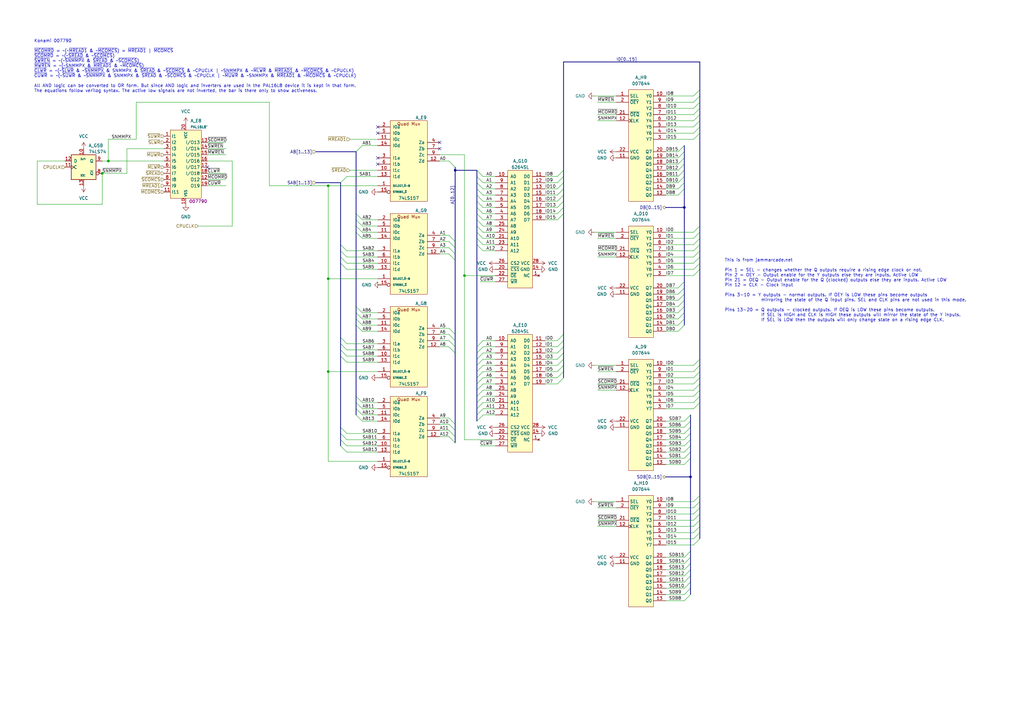
<source format=kicad_sch>
(kicad_sch (version 20231120) (generator "eeschema") (generator_version "8.0")
  (paper "A3")
  (title_block (title "Twin 16 - Rev B") (date "2024-03-10") (company "Konami GX785/GX870/GX808/GX903") (comment 1 "Ulf Skutnabba, twitter: @skutis77"))
  (lib_symbols
    (symbol "jt74:74LS157" (pin_names (offset 1.016))
      (property "Reference" "U" (at 5.08 16.51 0))
      (property "Value" "74LS157" (at 0 -16.51 0))
      (symbol "74LS157_0_0"
        (text "Quad Mux" (at 0 13.97 0) (effects (font (size 1.27 1.27))))
      )
      (symbol "74LS157_1_0"
        (pin input line (at -12.7 -11.43 0) (length 5.08) (name "SELECT_~{A}-B") (number "1"))
        (pin input line (at -12.7 -5.08 0) (length 5.08) (name "I1c") (number "10"))
        (pin input line (at -12.7 7.62 0) (length 5.08) (name "I0c") (number "11"))
        (pin output line (at 12.7 -1.27 180) (length 5.08) (name "Zd") (number "12"))
        (pin input line (at -12.7 -7.62 0) (length 5.08) (name "I1d") (number "13"))
        (pin input line (at -12.7 5.08 0) (length 5.08) (name "I0d") (number "14"))
        (pin input inverted (at -12.7 -13.97 0) (length 5.08) (name "STROBE_~{G}") (number "15"))
        (pin input line (at -12.7 12.7 0) (length 5.08) (name "I0a") (number "2"))
        (pin input line (at -12.7 0 0) (length 5.08) (name "I1a") (number "3"))
        (pin output line (at 12.7 6.35 180) (length 5.08) (name "Za") (number "4"))
        (pin input line (at -12.7 10.16 0) (length 5.08) (name "I0b") (number "5"))
        (pin input line (at -12.7 -2.54 0) (length 5.08) (name "I1b") (number "6"))
        (pin output line (at 12.7 3.81 180) (length 5.08) (name "Zb") (number "7"))
        (pin output line (at 12.7 1.27 180) (length 5.08) (name "Zc") (number "9"))
      )
    )
    (symbol "jt74:74LS74" (pin_names (offset 1.016))
      (property "Reference" "U" (at 3.81 5.08 0))
      (property "Value" "74LS74" (at 0 0 0))
      (symbol "74LS74_1_0"
        (pin input inverted (at 0 -7.62 90) (length 2.54) (name "~{R}") (number "1"))
        (pin input line (at -7.62 2.54 0) (length 2.54) (name "D") (number "2"))
        (pin input clock (at -7.62 0 0) (length 2.54) (name "C") (number "3"))
        (pin input inverted (at 0 7.62 270) (length 2.54) (name "~{S}") (number "4"))
        (pin output line (at 7.62 2.54 180) (length 2.54) (name "Q") (number "5"))
        (pin output line (at 7.62 -2.54 180) (length 2.54) (name "~{Q}") (number "6"))
      )
      (symbol "74LS74_2_0"
        (pin input clock (at -7.62 0 0) (length 2.54) (name "C") (number "11"))
        (pin input line (at -7.62 2.54 0) (length 2.54) (name "D") (number "12"))
        (pin input line (at 0 -7.62 90) (length 2.54) (name "~{R}") (number "13"))
        (pin output inverted (at 7.62 -2.54 180) (length 2.54) (name "~{Q}") (number "8"))
        (pin output line (at 7.62 2.54 180) (length 2.54) (name "Q") (number "9"))
      )
      (symbol "74LS74_2_1"
        (pin input line (at 0 7.62 270) (length 2.54) (name "~{S}") (number "10"))
      )
      (symbol "74LS74_3_0"
        (pin power_in line (at 0 7.62 270) (length 2.54) hide (name "VCC") (number "14"))
        (pin power_in line (at 0 -7.62 90) (length 2.54) hide (name "VSS") (number "7"))
      )
    )
    (symbol "jt_ram:SRAM8K8B" (pin_names (offset 1.016))
      (property "Reference" "U" (at 0 27.94 0))
      (property "Value" "SRAM8K8B" (at 0 25.4 0))
      (symbol "SRAM8K8B_1_1"
        (pin no_connect line (at 7.62 -19.05 180) (length 2.54) (name "NC") (number "1"))
        (pin input line (at -10.16 21.59 0) (length 5.08) (name "A0") (number "10"))
        (pin input line (at 10.16 21.59 180) (length 5.08) (name "D0") (number "11"))
        (pin input line (at 10.16 19.05 180) (length 5.08) (name "D1") (number "12"))
        (pin input line (at 10.16 16.51 180) (length 5.08) (name "D2") (number "13"))
        (pin power_in line (at 7.62 -16.51 180) (length 2.54) (name "GND") (number "14"))
        (pin input line (at 10.16 13.97 180) (length 5.08) (name "D3") (number "15"))
        (pin input line (at 10.16 11.43 180) (length 5.08) (name "D4") (number "16"))
        (pin input line (at 10.16 8.89 180) (length 5.08) (name "D5") (number "17"))
        (pin input line (at 10.16 6.35 180) (length 5.08) (name "D6") (number "18"))
        (pin input line (at 10.16 3.81 180) (length 5.08) (name "D7") (number "19"))
        (pin input line (at -10.16 -8.89 0) (length 5.08) (name "A12") (number "2"))
        (pin input line (at -10.16 -16.51 0) (length 5.08) (name "~{CS1}") (number "20"))
        (pin input line (at -10.16 -3.81 0) (length 5.08) (name "A10") (number "21"))
        (pin input line (at -10.16 -19.05 0) (length 5.08) (name "~{OE}") (number "22"))
        (pin input line (at -10.16 -6.35 0) (length 5.08) (name "A11") (number "23"))
        (pin input line (at -10.16 -1.27 0) (length 5.08) (name "A9") (number "24"))
        (pin input line (at -10.16 1.27 0) (length 5.08) (name "A8") (number "25"))
        (pin input line (at -10.16 -13.97 0) (length 5.08) (name "CS2") (number "26"))
        (pin input line (at -10.16 -21.59 0) (length 5.08) (name "~{WR}") (number "27"))
        (pin power_in line (at 7.62 -13.97 180) (length 2.54) (name "VCC") (number "28"))
        (pin input line (at -10.16 3.81 0) (length 5.08) (name "A7") (number "3"))
        (pin input line (at -10.16 6.35 0) (length 5.08) (name "A6") (number "4"))
        (pin input line (at -10.16 8.89 0) (length 5.08) (name "A5") (number "5"))
        (pin input line (at -10.16 11.43 0) (length 5.08) (name "A4") (number "6"))
        (pin input line (at -10.16 13.97 0) (length 5.08) (name "A3") (number "7"))
        (pin input line (at -10.16 16.51 0) (length 5.08) (name "A2") (number "8"))
        (pin input line (at -10.16 19.05 0) (length 5.08) (name "A1") (number "9"))
      )
    )
    (symbol "konami:007644"
      (property "Reference" "U" (at 0 26.67 0))
      (property "Value" "007644" (at 0 24.13 0))
      (symbol "007644_1_1"
        (pin input line (at -10.16 20.32 0) (length 5.08) (name "SEL") (number "1"))
        (pin bidirectional line (at 10.16 20.32 180) (length 5.08) (name "Y0") (number "10"))
        (pin power_in line (at -10.16 -5.08 0) (length 5.08) (name "GND") (number "11"))
        (pin input clock (at -10.16 10.16 0) (length 5.08) (name "CLK") (number "12"))
        (pin bidirectional line (at 10.16 -20.32 180) (length 5.08) (name "Q0") (number "13"))
        (pin bidirectional line (at 10.16 -17.78 180) (length 5.08) (name "Q1") (number "14"))
        (pin bidirectional line (at 10.16 -15.24 180) (length 5.08) (name "Q2") (number "15"))
        (pin bidirectional line (at 10.16 -12.7 180) (length 5.08) (name "Q3") (number "16"))
        (pin bidirectional line (at 10.16 -10.16 180) (length 5.08) (name "Q4") (number "17"))
        (pin bidirectional line (at 10.16 -7.62 180) (length 5.08) (name "Q5") (number "18"))
        (pin bidirectional line (at 10.16 -5.08 180) (length 5.08) (name "Q6") (number "19"))
        (pin input line (at -10.16 17.78 0) (length 5.08) (name "~{OEY}") (number "2"))
        (pin bidirectional line (at 10.16 -2.54 180) (length 5.08) (name "Q7") (number "20"))
        (pin input line (at -10.16 12.7 0) (length 5.08) (name "~{OEQ}") (number "21"))
        (pin power_in line (at -10.16 -2.54 0) (length 5.08) (name "VCC") (number "22"))
        (pin bidirectional line (at 10.16 2.54 180) (length 5.08) (name "Y7") (number "3"))
        (pin bidirectional line (at 10.16 5.08 180) (length 5.08) (name "Y6") (number "4"))
        (pin bidirectional line (at 10.16 7.62 180) (length 5.08) (name "Y5") (number "5"))
        (pin bidirectional line (at 10.16 10.16 180) (length 5.08) (name "Y4") (number "6"))
        (pin bidirectional line (at 10.16 12.7 180) (length 5.08) (name "Y3") (number "7"))
        (pin bidirectional line (at 10.16 15.24 180) (length 5.08) (name "Y2") (number "8"))
        (pin bidirectional line (at 10.16 17.78 180) (length 5.08) (name "Y1") (number "9"))
      )
    )
    (symbol "power:GND" (power) (pin_names (offset 0))
      (property "Value" "GND" (at 0 -3.81 0))
      (symbol "GND_1_1"
        (pin power_in line (at 0 0 270) (length 0) hide (name "GND") (number "1"))
      )
    )
    (symbol "power:VCC" (power) (pin_names (offset 0))
      (property "Value" "VCC" (at 0 3.81 0))
      (symbol "VCC_1_1"
        (pin power_in line (at 0 0 90) (length 0) hide (name "VCC") (number "1"))
      )
    )
    (symbol "texas_instruments:PAL16L8’"
      (property "Reference" "U" (at 3.81 15.24 0))
      (property "Value" "PAL16L8’" (at -1.27 0 90))
      (symbol "PAL16L8’_1_1"
        (pin input line (at -8.89 11.43 0) (length 2.54) (name "I1") (number "1"))
        (pin power_in line (at 0 -16.51 90) (length 2.54) (name "VSS") (number "10"))
        (pin input line (at -8.89 -11.43 0) (length 2.54) (name "I11") (number "11"))
        (pin tri_state line (at 8.89 -6.35 180) (length 2.54) (name "O12") (number "12"))
        (pin tri_state line (at 8.89 8.89 180) (length 2.54) (name "I/O13") (number "13"))
        (pin tri_state line (at 8.89 6.35 180) (length 2.54) (name "I/O14") (number "14"))
        (pin tri_state line (at 8.89 3.81 180) (length 2.54) (name "I/O15") (number "15"))
        (pin tri_state line (at 8.89 1.27 180) (length 2.54) (name "I/O16") (number "16"))
        (pin tri_state line (at 8.89 -1.27 180) (length 2.54) (name "I/O17") (number "17"))
        (pin tri_state line (at 8.89 -3.81 180) (length 2.54) (name "I/O18") (number "18"))
        (pin tri_state line (at 8.89 -8.89 180) (length 2.54) (name "O19") (number "19"))
        (pin input line (at -8.89 8.89 0) (length 2.54) (name "I2") (number "2"))
        (pin power_in line (at 0 16.51 270) (length 2.54) (name "VCC") (number "20"))
        (pin input line (at -8.89 6.35 0) (length 2.54) (name "I3") (number "3"))
        (pin input line (at -8.89 3.81 0) (length 2.54) (name "I4") (number "4"))
        (pin input line (at -8.89 1.27 0) (length 2.54) (name "I5") (number "5"))
        (pin input line (at -8.89 -1.27 0) (length 2.54) (name "I6") (number "6"))
        (pin input line (at -8.89 -3.81 0) (length 2.54) (name "I7") (number "7"))
        (pin input line (at -8.89 -6.35 0) (length 2.54) (name "I8") (number "8"))
        (pin input line (at -8.89 -8.89 0) (length 2.54) (name "I9") (number "9"))
      )
    )
  )
  (junction (at 134.62 152.4))
  (junction (at 280.67 85.09))
  (junction (at 283.21 195.58))
  (junction (at 134.62 114.3))
  (junction (at 41.91 71.12))
  (junction (at 134.62 76.2))
  (junction (at 44.45 66.04))
  (junction (at 186.69 69.85))
  (junction (at 190.5 113.03))
  (no_connect (at 180.34 58.42))
  (no_connect (at 85.09 68.58))
  (no_connect (at 154.94 64.77))
  (no_connect (at 180.34 60.96))
  (no_connect (at 154.94 52.07))
  (no_connect (at 154.94 67.31))
  (no_connect (at 154.94 54.61))
  (bus_entry (at 228.6 87.63) (size 2.54 -2.54))
  (bus_entry (at 284.48 46.99) (size 2.54 -2.54))
  (bus_entry (at 195.58 160.02) (size 2.54 -2.54))
  (bus_entry (at 195.58 87.63) (size 2.54 2.54))
  (bus_entry (at 278.13 123.19) (size 2.54 -2.54))
  (bus_entry (at 195.58 162.56) (size 2.54 -2.54))
  (bus_entry (at 284.48 152.4) (size 2.54 -2.54))
  (bus_entry (at 139.7 140.97) (size 2.54 2.54))
  (bus_entry (at 139.7 175.26) (size 2.54 2.54))
  (bus_entry (at 284.48 39.37) (size 2.54 -2.54))
  (bus_entry (at 195.58 92.71) (size 2.54 2.54))
  (bus_entry (at 280.67 175.26) (size 2.54 -2.54))
  (bus_entry (at 195.58 95.25) (size 2.54 2.54))
  (bus_entry (at 280.67 231.14) (size 2.54 -2.54))
  (bus_entry (at 228.6 154.94) (size 2.54 -2.54))
  (bus_entry (at 184.15 101.6) (size 2.54 2.54))
  (bus_entry (at 139.7 138.43) (size 2.54 2.54))
  (bus_entry (at 146.05 130.81) (size 2.54 2.54))
  (bus_entry (at 278.13 135.89) (size 2.54 -2.54))
  (bus_entry (at 139.7 143.51) (size 2.54 2.54))
  (bus_entry (at 280.67 228.6) (size 2.54 -2.54))
  (bus_entry (at 184.15 139.7) (size 2.54 2.54))
  (bus_entry (at 195.58 152.4) (size 2.54 -2.54))
  (bus_entry (at 284.48 52.07) (size 2.54 -2.54))
  (bus_entry (at 284.48 218.44) (size 2.54 -2.54))
  (bus_entry (at 280.67 185.42) (size 2.54 -2.54))
  (bus_entry (at 228.6 149.86) (size 2.54 -2.54))
  (bus_entry (at 280.67 236.22) (size 2.54 -2.54))
  (bus_entry (at 284.48 223.52) (size 2.54 -2.54))
  (bus_entry (at 139.7 74.93) (size 2.54 -2.54))
  (bus_entry (at 284.48 113.03) (size 2.54 -2.54))
  (bus_entry (at 284.48 210.82) (size 2.54 -2.54))
  (bus_entry (at 284.48 162.56) (size 2.54 -2.54))
  (bus_entry (at 195.58 157.48) (size 2.54 -2.54))
  (bus_entry (at 280.67 233.68) (size 2.54 -2.54))
  (bus_entry (at 184.15 142.24) (size 2.54 2.54))
  (bus_entry (at 195.58 74.93) (size 2.54 2.54))
  (bus_entry (at 228.6 157.48) (size 2.54 -2.54))
  (bus_entry (at 195.58 80.01) (size 2.54 2.54))
  (bus_entry (at 278.13 64.77) (size 2.54 -2.54))
  (bus_entry (at 280.67 243.84) (size 2.54 -2.54))
  (bus_entry (at 195.58 90.17) (size 2.54 2.54))
  (bus_entry (at 146.05 165.1) (size 2.54 2.54))
  (bus_entry (at 278.13 62.23) (size 2.54 -2.54))
  (bus_entry (at 280.67 182.88) (size 2.54 -2.54))
  (bus_entry (at 184.15 171.45) (size 2.54 2.54))
  (bus_entry (at 146.05 170.18) (size 2.54 2.54))
  (bus_entry (at 284.48 97.79) (size 2.54 -2.54))
  (bus_entry (at 146.05 92.71) (size 2.54 2.54))
  (bus_entry (at 184.15 104.14) (size 2.54 2.54))
  (bus_entry (at 284.48 95.25) (size 2.54 -2.54))
  (bus_entry (at 195.58 154.94) (size 2.54 -2.54))
  (bus_entry (at 284.48 44.45) (size 2.54 -2.54))
  (bus_entry (at 278.13 77.47) (size 2.54 -2.54))
  (bus_entry (at 278.13 69.85) (size 2.54 -2.54))
  (bus_entry (at 284.48 107.95) (size 2.54 -2.54))
  (bus_entry (at 280.67 180.34) (size 2.54 -2.54))
  (bus_entry (at 284.48 160.02) (size 2.54 -2.54))
  (bus_entry (at 284.48 167.64) (size 2.54 -2.54))
  (bus_entry (at 228.6 80.01) (size 2.54 -2.54))
  (bus_entry (at 146.05 133.35) (size 2.54 2.54))
  (bus_entry (at 146.05 128.27) (size 2.54 2.54))
  (bus_entry (at 284.48 57.15) (size 2.54 -2.54))
  (bus_entry (at 195.58 147.32) (size 2.54 -2.54))
  (bus_entry (at 278.13 130.81) (size 2.54 -2.54))
  (bus_entry (at 284.48 54.61) (size 2.54 -2.54))
  (bus_entry (at 195.58 170.18) (size 2.54 -2.54))
  (bus_entry (at 184.15 137.16) (size 2.54 2.54))
  (bus_entry (at 284.48 41.91) (size 2.54 -2.54))
  (bus_entry (at 184.15 179.07) (size 2.54 2.54))
  (bus_entry (at 228.6 144.78) (size 2.54 -2.54))
  (bus_entry (at 284.48 110.49) (size 2.54 -2.54))
  (bus_entry (at 195.58 172.72) (size 2.54 -2.54))
  (bus_entry (at 280.67 177.8) (size 2.54 -2.54))
  (bus_entry (at 280.67 190.5) (size 2.54 -2.54))
  (bus_entry (at 228.6 139.7) (size 2.54 -2.54))
  (bus_entry (at 139.7 182.88) (size 2.54 2.54))
  (bus_entry (at 146.05 167.64) (size 2.54 2.54))
  (bus_entry (at 228.6 74.93) (size 2.54 -2.54))
  (bus_entry (at 284.48 149.86) (size 2.54 -2.54))
  (bus_entry (at 139.7 180.34) (size 2.54 2.54))
  (bus_entry (at 284.48 157.48) (size 2.54 -2.54))
  (bus_entry (at 284.48 105.41) (size 2.54 -2.54))
  (bus_entry (at 284.48 205.74) (size 2.54 -2.54))
  (bus_entry (at 184.15 134.62) (size 2.54 2.54))
  (bus_entry (at 184.15 99.06) (size 2.54 2.54))
  (bus_entry (at 284.48 102.87) (size 2.54 -2.54))
  (bus_entry (at 228.6 77.47) (size 2.54 -2.54))
  (bus_entry (at 278.13 120.65) (size 2.54 -2.54))
  (bus_entry (at 228.6 147.32) (size 2.54 -2.54))
  (bus_entry (at 278.13 80.01) (size 2.54 -2.54))
  (bus_entry (at 280.67 241.3) (size 2.54 -2.54))
  (bus_entry (at 280.67 246.38) (size 2.54 -2.54))
  (bus_entry (at 184.15 173.99) (size 2.54 2.54))
  (bus_entry (at 146.05 162.56) (size 2.54 2.54))
  (bus_entry (at 139.7 146.05) (size 2.54 2.54))
  (bus_entry (at 278.13 118.11) (size 2.54 -2.54))
  (bus_entry (at 228.6 142.24) (size 2.54 -2.54))
  (bus_entry (at 139.7 107.95) (size 2.54 2.54))
  (bus_entry (at 284.48 154.94) (size 2.54 -2.54))
  (bus_entry (at 228.6 82.55) (size 2.54 -2.54))
  (bus_entry (at 284.48 165.1) (size 2.54 -2.54))
  (bus_entry (at 146.05 125.73) (size 2.54 2.54))
  (bus_entry (at 280.67 238.76) (size 2.54 -2.54))
  (bus_entry (at 139.7 105.41) (size 2.54 2.54))
  (bus_entry (at 195.58 85.09) (size 2.54 2.54))
  (bus_entry (at 195.58 165.1) (size 2.54 -2.54))
  (bus_entry (at 195.58 72.39) (size 2.54 2.54))
  (bus_entry (at 278.13 125.73) (size 2.54 -2.54))
  (bus_entry (at 146.05 95.25) (size 2.54 2.54))
  (bus_entry (at 278.13 128.27) (size 2.54 -2.54))
  (bus_entry (at 139.7 100.33) (size 2.54 2.54))
  (bus_entry (at 284.48 208.28) (size 2.54 -2.54))
  (bus_entry (at 228.6 72.39) (size 2.54 -2.54))
  (bus_entry (at 278.13 72.39) (size 2.54 -2.54))
  (bus_entry (at 146.05 90.17) (size 2.54 2.54))
  (bus_entry (at 195.58 97.79) (size 2.54 2.54))
  (bus_entry (at 195.58 77.47) (size 2.54 2.54))
  (bus_entry (at 278.13 133.35) (size 2.54 -2.54))
  (bus_entry (at 195.58 149.86) (size 2.54 -2.54))
  (bus_entry (at 195.58 144.78) (size 2.54 -2.54))
  (bus_entry (at 195.58 142.24) (size 2.54 -2.54))
  (bus_entry (at 278.13 67.31) (size 2.54 -2.54))
  (bus_entry (at 228.6 90.17) (size 2.54 -2.54))
  (bus_entry (at 195.58 82.55) (size 2.54 2.54))
  (bus_entry (at 146.05 62.23) (size 2.54 -2.54))
  (bus_entry (at 284.48 220.98) (size 2.54 -2.54))
  (bus_entry (at 195.58 100.33) (size 2.54 2.54))
  (bus_entry (at 184.15 176.53) (size 2.54 2.54))
  (bus_entry (at 228.6 152.4) (size 2.54 -2.54))
  (bus_entry (at 284.48 100.33) (size 2.54 -2.54))
  (bus_entry (at 184.15 66.04) (size 2.54 2.54))
  (bus_entry (at 278.13 74.93) (size 2.54 -2.54))
  (bus_entry (at 280.67 187.96) (size 2.54 -2.54))
  (bus_entry (at 195.58 167.64) (size 2.54 -2.54))
  (bus_entry (at 195.58 69.85) (size 2.54 2.54))
  (bus_entry (at 184.15 96.52) (size 2.54 2.54))
  (bus_entry (at 139.7 177.8) (size 2.54 2.54))
  (bus_entry (at 139.7 102.87) (size 2.54 2.54))
  (bus_entry (at 284.48 215.9) (size 2.54 -2.54))
  (bus_entry (at 284.48 49.53) (size 2.54 -2.54))
  (bus_entry (at 228.6 85.09) (size 2.54 -2.54))
  (bus_entry (at 284.48 213.36) (size 2.54 -2.54))
  (bus_entry (at 146.05 87.63) (size 2.54 2.54))
  (bus_entry (at 280.67 172.72) (size 2.54 -2.54))
  (wire (pts (xy 273.05 52.07) (xy 284.48 52.07)))
  (bus (pts (xy 280.67 77.47) (xy 280.67 85.09)))
  (bus (pts (xy 280.67 74.93) (xy 280.67 77.47)))
  (wire (pts (xy 273.05 187.96) (xy 280.67 187.96)))
  (bus (pts (xy 146.05 95.25) (xy 146.05 125.73)))
  (wire (pts (xy 273.05 100.33) (xy 284.48 100.33)))
  (bus (pts (xy 195.58 82.55) (xy 195.58 80.01)))
  (bus (pts (xy 139.7 100.33) (xy 139.7 102.87)))
  (wire (pts (xy 273.05 215.9) (xy 284.48 215.9)))
  (wire (pts (xy 15.24 66.04) (xy 26.67 66.04)))
  (bus (pts (xy 287.02 46.99) (xy 287.02 49.53)))
  (wire (pts (xy 85.09 63.5) (xy 92.71 63.5)))
  (bus (pts (xy 273.05 85.09) (xy 280.67 85.09)))
  (wire (pts (xy 41.91 83.82) (xy 15.24 83.82)))
  (bus (pts (xy 195.58 152.4) (xy 195.58 149.86)))
  (wire (pts (xy 134.62 189.23) (xy 134.62 152.4)))
  (bus (pts (xy 195.58 100.33) (xy 195.58 142.24)))
  (wire (pts (xy 273.05 175.26) (xy 280.67 175.26)))
  (wire (pts (xy 142.24 72.39) (xy 154.94 72.39)))
  (wire (pts (xy 273.05 46.99) (xy 284.48 46.99)))
  (wire (pts (xy 245.11 157.48) (xy 252.73 157.48)))
  (wire (pts (xy 196.85 115.57) (xy 203.2 115.57)))
  (wire (pts (xy 223.52 142.24) (xy 228.6 142.24)))
  (wire (pts (xy 223.52 144.78) (xy 228.6 144.78)))
  (bus (pts (xy 195.58 147.32) (xy 195.58 144.78)))
  (bus (pts (xy 287.02 203.2) (xy 287.02 205.74)))
  (wire (pts (xy 198.12 139.7) (xy 203.2 139.7)))
  (bus (pts (xy 280.67 85.09) (xy 280.67 115.57)))
  (wire (pts (xy 273.05 233.68) (xy 280.67 233.68)))
  (wire (pts (xy 110.49 76.2) (xy 134.62 76.2)))
  (wire (pts (xy 273.05 162.56) (xy 284.48 162.56)))
  (wire (pts (xy 273.05 246.38) (xy 280.67 246.38)))
  (bus (pts (xy 283.21 238.76) (xy 283.21 241.3)))
  (wire (pts (xy 245.11 160.02) (xy 252.73 160.02)))
  (wire (pts (xy 273.05 241.3) (xy 280.67 241.3)))
  (wire (pts (xy 41.91 66.04) (xy 44.45 66.04)))
  (wire (pts (xy 180.34 134.62) (xy 184.15 134.62)))
  (wire (pts (xy 273.05 74.93) (xy 278.13 74.93)))
  (wire (pts (xy 142.24 140.97) (xy 154.94 140.97)))
  (wire (pts (xy 154.94 189.23) (xy 134.62 189.23)))
  (wire (pts (xy 273.05 69.85) (xy 278.13 69.85)))
  (bus (pts (xy 287.02 213.36) (xy 287.02 215.9)))
  (wire (pts (xy 198.12 74.93) (xy 203.2 74.93)))
  (wire (pts (xy 198.12 160.02) (xy 203.2 160.02)))
  (bus (pts (xy 280.67 72.39) (xy 280.67 74.93)))
  (bus (pts (xy 231.14 147.32) (xy 231.14 149.86)))
  (wire (pts (xy 142.24 180.34) (xy 154.94 180.34)))
  (wire (pts (xy 273.05 110.49) (xy 284.48 110.49)))
  (wire (pts (xy 148.59 167.64) (xy 154.94 167.64)))
  (wire (pts (xy 198.12 154.94) (xy 203.2 154.94)))
  (wire (pts (xy 41.91 71.12) (xy 41.91 83.82)))
  (wire (pts (xy 142.24 177.8) (xy 154.94 177.8)))
  (bus (pts (xy 186.69 101.6) (xy 186.69 104.14)))
  (bus (pts (xy 231.14 139.7) (xy 231.14 142.24)))
  (wire (pts (xy 243.84 205.74) (xy 252.73 205.74)))
  (bus (pts (xy 146.05 162.56) (xy 146.05 165.1)))
  (bus (pts (xy 139.7 177.8) (xy 139.7 180.34)))
  (bus (pts (xy 195.58 69.85) (xy 186.69 69.85)))
  (wire (pts (xy 273.05 223.52) (xy 284.48 223.52)))
  (bus (pts (xy 139.7 102.87) (xy 139.7 105.41)))
  (bus (pts (xy 195.58 72.39) (xy 195.58 69.85)))
  (bus (pts (xy 283.21 228.6) (xy 283.21 231.14)))
  (bus (pts (xy 231.14 69.85) (xy 231.14 72.39)))
  (wire (pts (xy 44.45 57.15) (xy 55.88 57.15)))
  (wire (pts (xy 223.52 154.94) (xy 228.6 154.94)))
  (wire (pts (xy 245.11 41.91) (xy 252.73 41.91)))
  (bus (pts (xy 283.21 233.68) (xy 283.21 236.22)))
  (bus (pts (xy 283.21 231.14) (xy 283.21 233.68)))
  (wire (pts (xy 142.24 107.95) (xy 154.94 107.95)))
  (bus (pts (xy 186.69 68.58) (xy 186.69 69.85)))
  (bus (pts (xy 287.02 210.82) (xy 287.02 213.36)))
  (wire (pts (xy 273.05 210.82) (xy 284.48 210.82)))
  (bus (pts (xy 195.58 144.78) (xy 195.58 142.24)))
  (bus (pts (xy 231.14 77.47) (xy 231.14 80.01)))
  (bus (pts (xy 139.7 105.41) (xy 139.7 107.95)))
  (bus (pts (xy 287.02 97.79) (xy 287.02 100.33)))
  (wire (pts (xy 134.62 152.4) (xy 134.62 114.3)))
  (wire (pts (xy 142.24 110.49) (xy 154.94 110.49)))
  (bus (pts (xy 287.02 205.74) (xy 287.02 208.28)))
  (wire (pts (xy 273.05 39.37) (xy 284.48 39.37)))
  (bus (pts (xy 283.21 175.26) (xy 283.21 177.8)))
  (wire (pts (xy 273.05 67.31) (xy 278.13 67.31)))
  (wire (pts (xy 223.52 147.32) (xy 228.6 147.32)))
  (wire (pts (xy 273.05 105.41) (xy 284.48 105.41)))
  (bus (pts (xy 129.54 62.23) (xy 146.05 62.23)))
  (wire (pts (xy 245.11 213.36) (xy 252.73 213.36)))
  (bus (pts (xy 139.7 138.43) (xy 139.7 140.97)))
  (bus (pts (xy 186.69 142.24) (xy 186.69 144.78)))
  (wire (pts (xy 273.05 118.11) (xy 278.13 118.11)))
  (bus (pts (xy 139.7 143.51) (xy 139.7 146.05)))
  (bus (pts (xy 195.58 77.47) (xy 195.58 74.93)))
  (wire (pts (xy 198.12 147.32) (xy 203.2 147.32)))
  (bus (pts (xy 287.02 92.71) (xy 287.02 95.25)))
  (wire (pts (xy 273.05 120.65) (xy 278.13 120.65)))
  (wire (pts (xy 273.05 243.84) (xy 280.67 243.84)))
  (wire (pts (xy 273.05 205.74) (xy 284.48 205.74)))
  (wire (pts (xy 198.12 95.25) (xy 203.2 95.25)))
  (bus (pts (xy 280.67 59.69) (xy 280.67 62.23)))
  (wire (pts (xy 134.62 114.3) (xy 154.94 114.3)))
  (wire (pts (xy 245.11 102.87) (xy 252.73 102.87)))
  (wire (pts (xy 143.51 57.15) (xy 154.94 57.15)))
  (bus (pts (xy 186.69 99.06) (xy 186.69 101.6)))
  (wire (pts (xy 148.59 165.1) (xy 154.94 165.1)))
  (bus (pts (xy 186.69 176.53) (xy 186.69 179.07)))
  (bus (pts (xy 139.7 107.95) (xy 139.7 138.43)))
  (wire (pts (xy 180.34 104.14) (xy 184.15 104.14)))
  (wire (pts (xy 273.05 220.98) (xy 284.48 220.98)))
  (wire (pts (xy 223.52 90.17) (xy 228.6 90.17)))
  (wire (pts (xy 180.34 173.99) (xy 184.15 173.99)))
  (bus (pts (xy 146.05 125.73) (xy 146.05 128.27)))
  (wire (pts (xy 55.88 41.91) (xy 110.49 41.91)))
  (bus (pts (xy 139.7 140.97) (xy 139.7 143.51)))
  (bus (pts (xy 195.58 85.09) (xy 195.58 82.55)))
  (wire (pts (xy 273.05 44.45) (xy 284.48 44.45)))
  (wire (pts (xy 273.05 190.5) (xy 280.67 190.5)))
  (wire (pts (xy 198.12 90.17) (xy 203.2 90.17)))
  (bus (pts (xy 195.58 74.93) (xy 195.58 72.39)))
  (wire (pts (xy 223.52 87.63) (xy 228.6 87.63)))
  (bus (pts (xy 231.14 72.39) (xy 231.14 74.93)))
  (wire (pts (xy 198.12 162.56) (xy 203.2 162.56)))
  (bus (pts (xy 195.58 162.56) (xy 195.58 160.02)))
  (wire (pts (xy 273.05 157.48) (xy 284.48 157.48)))
  (wire (pts (xy 44.45 66.04) (xy 44.45 57.15)))
  (wire (pts (xy 273.05 95.25) (xy 284.48 95.25)))
  (wire (pts (xy 180.34 99.06) (xy 184.15 99.06)))
  (bus (pts (xy 195.58 160.02) (xy 195.58 157.48)))
  (bus (pts (xy 287.02 54.61) (xy 287.02 92.71)))
  (wire (pts (xy 223.52 74.93) (xy 228.6 74.93)))
  (bus (pts (xy 186.69 137.16) (xy 186.69 139.7)))
  (wire (pts (xy 180.34 176.53) (xy 184.15 176.53)))
  (wire (pts (xy 198.12 170.18) (xy 203.2 170.18)))
  (wire (pts (xy 243.84 95.25) (xy 252.73 95.25)))
  (bus (pts (xy 287.02 154.94) (xy 287.02 157.48)))
  (bus (pts (xy 186.69 69.85) (xy 186.69 99.06)))
  (bus (pts (xy 195.58 80.01) (xy 195.58 77.47)))
  (wire (pts (xy 180.34 63.5) (xy 190.5 63.5)))
  (bus (pts (xy 231.14 144.78) (xy 231.14 147.32)))
  (wire (pts (xy 180.34 96.52) (xy 184.15 96.52)))
  (bus (pts (xy 280.67 64.77) (xy 280.67 67.31)))
  (wire (pts (xy 223.52 157.48) (xy 228.6 157.48)))
  (bus (pts (xy 287.02 44.45) (xy 287.02 46.99)))
  (wire (pts (xy 85.09 76.2) (xy 92.71 76.2)))
  (wire (pts (xy 180.34 137.16) (xy 184.15 137.16)))
  (wire (pts (xy 198.12 72.39) (xy 203.2 72.39)))
  (bus (pts (xy 146.05 165.1) (xy 146.05 167.64)))
  (wire (pts (xy 180.34 66.04) (xy 184.15 66.04)))
  (wire (pts (xy 198.12 142.24) (xy 203.2 142.24)))
  (wire (pts (xy 142.24 185.42) (xy 154.94 185.42)))
  (wire (pts (xy 55.88 57.15) (xy 55.88 41.91)))
  (wire (pts (xy 273.05 123.19) (xy 278.13 123.19)))
  (wire (pts (xy 148.59 90.17) (xy 154.94 90.17)))
  (wire (pts (xy 198.12 165.1) (xy 203.2 165.1)))
  (wire (pts (xy 273.05 54.61) (xy 284.48 54.61)))
  (wire (pts (xy 245.11 97.79) (xy 252.73 97.79)))
  (bus (pts (xy 287.02 147.32) (xy 287.02 149.86)))
  (wire (pts (xy 85.09 71.12) (xy 92.71 71.12)))
  (wire (pts (xy 198.12 77.47) (xy 203.2 77.47)))
  (wire (pts (xy 273.05 152.4) (xy 284.48 152.4)))
  (bus (pts (xy 283.21 241.3) (xy 283.21 243.84)))
  (bus (pts (xy 287.02 152.4) (xy 287.02 154.94)))
  (bus (pts (xy 280.67 125.73) (xy 280.67 128.27)))
  (wire (pts (xy 154.94 116.84) (xy 156.21 116.84)))
  (wire (pts (xy 273.05 167.64) (xy 284.48 167.64)))
  (wire (pts (xy 273.05 128.27) (xy 278.13 128.27)))
  (bus (pts (xy 146.05 128.27) (xy 146.05 130.81)))
  (wire (pts (xy 273.05 238.76) (xy 280.67 238.76)))
  (bus (pts (xy 186.69 106.68) (xy 186.69 137.16)))
  (bus (pts (xy 139.7 74.93) (xy 139.7 100.33)))
  (bus (pts (xy 195.58 157.48) (xy 195.58 154.94)))
  (wire (pts (xy 142.24 105.41) (xy 154.94 105.41)))
  (wire (pts (xy 273.05 135.89) (xy 278.13 135.89)))
  (bus (pts (xy 280.67 115.57) (xy 280.67 118.11)))
  (wire (pts (xy 143.51 69.85) (xy 154.94 69.85)))
  (wire (pts (xy 85.09 60.96) (xy 92.71 60.96)))
  (wire (pts (xy 180.34 139.7) (xy 184.15 139.7)))
  (bus (pts (xy 146.05 130.81) (xy 146.05 133.35)))
  (wire (pts (xy 148.59 130.81) (xy 154.94 130.81)))
  (bus (pts (xy 231.14 25.4) (xy 287.02 25.4)))
  (wire (pts (xy 273.05 228.6) (xy 280.67 228.6)))
  (bus (pts (xy 195.58 154.94) (xy 195.58 152.4)))
  (bus (pts (xy 287.02 36.83) (xy 287.02 39.37)))
  (wire (pts (xy 85.09 66.04) (xy 95.25 66.04)))
  (bus (pts (xy 273.05 195.58) (xy 283.21 195.58)))
  (wire (pts (xy 142.24 182.88) (xy 154.94 182.88)))
  (wire (pts (xy 245.11 46.99) (xy 252.73 46.99)))
  (bus (pts (xy 280.67 67.31) (xy 280.67 69.85)))
  (wire (pts (xy 142.24 148.59) (xy 154.94 148.59)))
  (bus (pts (xy 283.21 226.06) (xy 283.21 228.6)))
  (bus (pts (xy 146.05 92.71) (xy 146.05 95.25)))
  (bus (pts (xy 280.67 130.81) (xy 280.67 133.35)))
  (bus (pts (xy 283.21 172.72) (xy 283.21 175.26)))
  (bus (pts (xy 287.02 102.87) (xy 287.02 105.41)))
  (wire (pts (xy 223.52 82.55) (xy 228.6 82.55)))
  (wire (pts (xy 245.11 215.9) (xy 252.73 215.9)))
  (wire (pts (xy 273.05 208.28) (xy 284.48 208.28)))
  (wire (pts (xy 223.52 80.01) (xy 228.6 80.01)))
  (wire (pts (xy 142.24 146.05) (xy 154.94 146.05)))
  (wire (pts (xy 273.05 72.39) (xy 278.13 72.39)))
  (bus (pts (xy 186.69 144.78) (xy 186.69 173.99)))
  (bus (pts (xy 195.58 95.25) (xy 195.58 92.71)))
  (wire (pts (xy 273.05 160.02) (xy 284.48 160.02)))
  (wire (pts (xy 52.07 60.96) (xy 52.07 71.12)))
  (bus (pts (xy 139.7 146.05) (xy 139.7 175.26)))
  (wire (pts (xy 223.52 139.7) (xy 228.6 139.7)))
  (wire (pts (xy 85.09 58.42) (xy 92.71 58.42)))
  (bus (pts (xy 186.69 173.99) (xy 186.69 176.53)))
  (wire (pts (xy 273.05 57.15) (xy 284.48 57.15)))
  (bus (pts (xy 231.14 142.24) (xy 231.14 144.78)))
  (bus (pts (xy 287.02 208.28) (xy 287.02 210.82)))
  (bus (pts (xy 287.02 110.49) (xy 287.02 147.32)))
  (wire (pts (xy 148.59 172.72) (xy 154.94 172.72)))
  (wire (pts (xy 148.59 59.69) (xy 154.94 59.69)))
  (wire (pts (xy 198.12 80.01) (xy 203.2 80.01)))
  (bus (pts (xy 283.21 187.96) (xy 283.21 195.58)))
  (bus (pts (xy 287.02 95.25) (xy 287.02 97.79)))
  (wire (pts (xy 44.45 66.04) (xy 67.31 66.04)))
  (bus (pts (xy 139.7 180.34) (xy 139.7 182.88)))
  (wire (pts (xy 243.84 39.37) (xy 252.73 39.37)))
  (wire (pts (xy 180.34 101.6) (xy 184.15 101.6)))
  (bus (pts (xy 287.02 215.9) (xy 287.02 218.44)))
  (bus (pts (xy 283.21 195.58) (xy 283.21 226.06)))
  (bus (pts (xy 231.14 80.01) (xy 231.14 82.55)))
  (wire (pts (xy 142.24 143.51) (xy 154.94 143.51)))
  (bus (pts (xy 195.58 100.33) (xy 195.58 97.79)))
  (wire (pts (xy 198.12 87.63) (xy 203.2 87.63)))
  (wire (pts (xy 273.05 62.23) (xy 278.13 62.23)))
  (wire (pts (xy 243.84 149.86) (xy 252.73 149.86)))
  (wire (pts (xy 223.52 72.39) (xy 228.6 72.39)))
  (bus (pts (xy 280.67 118.11) (xy 280.67 120.65)))
  (bus (pts (xy 231.14 149.86) (xy 231.14 152.4)))
  (bus (pts (xy 287.02 100.33) (xy 287.02 102.87)))
  (bus (pts (xy 283.21 177.8) (xy 283.21 180.34)))
  (bus (pts (xy 287.02 165.1) (xy 287.02 203.2)))
  (bus (pts (xy 186.69 139.7) (xy 186.69 142.24)))
  (wire (pts (xy 190.5 180.34) (xy 203.2 180.34)))
  (bus (pts (xy 280.67 62.23) (xy 280.67 64.77)))
  (bus (pts (xy 287.02 41.91) (xy 287.02 44.45)))
  (wire (pts (xy 223.52 152.4) (xy 228.6 152.4)))
  (bus (pts (xy 287.02 52.07) (xy 287.02 54.61)))
  (bus (pts (xy 186.69 179.07) (xy 186.69 181.61)))
  (wire (pts (xy 148.59 95.25) (xy 154.94 95.25)))
  (bus (pts (xy 195.58 167.64) (xy 195.58 165.1)))
  (bus (pts (xy 287.02 157.48) (xy 287.02 160.02)))
  (wire (pts (xy 273.05 64.77) (xy 278.13 64.77)))
  (bus (pts (xy 146.05 87.63) (xy 146.05 90.17)))
  (wire (pts (xy 180.34 142.24) (xy 184.15 142.24)))
  (wire (pts (xy 273.05 113.03) (xy 284.48 113.03)))
  (bus (pts (xy 186.69 104.14) (xy 186.69 106.68)))
  (bus (pts (xy 280.67 123.19) (xy 280.67 125.73)))
  (wire (pts (xy 110.49 41.91) (xy 110.49 76.2)))
  (wire (pts (xy 198.12 100.33) (xy 203.2 100.33)))
  (wire (pts (xy 190.5 113.03) (xy 190.5 180.34)))
  (wire (pts (xy 203.2 113.03) (xy 190.5 113.03)))
  (wire (pts (xy 273.05 165.1) (xy 284.48 165.1)))
  (bus (pts (xy 283.21 236.22) (xy 283.21 238.76)))
  (wire (pts (xy 273.05 231.14) (xy 280.67 231.14)))
  (wire (pts (xy 273.05 130.81) (xy 278.13 130.81)))
  (wire (pts (xy 273.05 236.22) (xy 280.67 236.22)))
  (bus (pts (xy 231.14 87.63) (xy 231.14 137.16)))
  (wire (pts (xy 198.12 167.64) (xy 203.2 167.64)))
  (wire (pts (xy 223.52 85.09) (xy 228.6 85.09)))
  (bus (pts (xy 146.05 90.17) (xy 146.05 92.71)))
  (wire (pts (xy 273.05 41.91) (xy 284.48 41.91)))
  (wire (pts (xy 148.59 97.79) (xy 154.94 97.79)))
  (bus (pts (xy 231.14 82.55) (xy 231.14 85.09)))
  (wire (pts (xy 223.52 77.47) (xy 228.6 77.47)))
  (bus (pts (xy 231.14 137.16) (xy 231.14 139.7)))
  (wire (pts (xy 52.07 60.96) (xy 67.31 60.96)))
  (wire (pts (xy 198.12 82.55) (xy 203.2 82.55)))
  (wire (pts (xy 223.52 149.86) (xy 228.6 149.86)))
  (wire (pts (xy 190.5 63.5) (xy 190.5 113.03)))
  (wire (pts (xy 180.34 171.45) (xy 184.15 171.45)))
  (bus (pts (xy 283.21 180.34) (xy 283.21 182.88)))
  (bus (pts (xy 195.58 165.1) (xy 195.58 162.56)))
  (wire (pts (xy 245.11 208.28) (xy 252.73 208.28)))
  (bus (pts (xy 195.58 92.71) (xy 195.58 90.17)))
  (wire (pts (xy 273.05 97.79) (xy 284.48 97.79)))
  (bus (pts (xy 287.02 149.86) (xy 287.02 152.4)))
  (wire (pts (xy 148.59 170.18) (xy 154.94 170.18)))
  (wire (pts (xy 95.25 66.04) (xy 95.25 92.71)))
  (wire (pts (xy 198.12 152.4) (xy 203.2 152.4)))
  (wire (pts (xy 273.05 77.47) (xy 278.13 77.47)))
  (wire (pts (xy 273.05 182.88) (xy 280.67 182.88)))
  (bus (pts (xy 287.02 107.95) (xy 287.02 110.49)))
  (wire (pts (xy 273.05 154.94) (xy 284.48 154.94)))
  (wire (pts (xy 198.12 97.79) (xy 203.2 97.79)))
  (bus (pts (xy 195.58 87.63) (xy 195.58 85.09)))
  (wire (pts (xy 273.05 180.34) (xy 280.67 180.34)))
  (bus (pts (xy 146.05 62.23) (xy 146.05 87.63)))
  (bus (pts (xy 287.02 39.37) (xy 287.02 41.91)))
  (bus (pts (xy 195.58 170.18) (xy 195.58 172.72)))
  (bus (pts (xy 139.7 175.26) (xy 139.7 177.8)))
  (wire (pts (xy 273.05 133.35) (xy 278.13 133.35)))
  (wire (pts (xy 245.11 152.4) (xy 252.73 152.4)))
  (wire (pts (xy 198.12 157.48) (xy 203.2 157.48)))
  (wire (pts (xy 198.12 102.87) (xy 203.2 102.87)))
  (bus (pts (xy 146.05 167.64) (xy 146.05 170.18)))
  (bus (pts (xy 146.05 133.35) (xy 146.05 162.56)))
  (wire (pts (xy 245.11 49.53) (xy 252.73 49.53)))
  (wire (pts (xy 273.05 149.86) (xy 284.48 149.86)))
  (wire (pts (xy 273.05 218.44) (xy 284.48 218.44)))
  (wire (pts (xy 134.62 114.3) (xy 134.62 76.2)))
  (bus (pts (xy 195.58 97.79) (xy 195.58 95.25)))
  (wire (pts (xy 198.12 92.71) (xy 203.2 92.71)))
  (wire (pts (xy 273.05 213.36) (xy 284.48 213.36)))
  (wire (pts (xy 273.05 125.73) (xy 278.13 125.73)))
  (wire (pts (xy 134.62 152.4) (xy 154.94 152.4)))
  (wire (pts (xy 95.25 92.71) (xy 81.28 92.71)))
  (wire (pts (xy 273.05 107.95) (xy 284.48 107.95)))
  (bus (pts (xy 287.02 160.02) (xy 287.02 162.56)))
  (wire (pts (xy 273.05 102.87) (xy 284.48 102.87)))
  (bus (pts (xy 280.67 128.27) (xy 280.67 130.81)))
  (wire (pts (xy 148.59 128.27) (xy 154.94 128.27)))
  (bus (pts (xy 195.58 90.17) (xy 195.58 87.63)))
  (bus (pts (xy 280.67 69.85) (xy 280.67 72.39)))
  (bus (pts (xy 287.02 162.56) (xy 287.02 165.1)))
  (bus (pts (xy 231.14 85.09) (xy 231.14 87.63)))
  (wire (pts (xy 148.59 135.89) (xy 154.94 135.89)))
  (wire (pts (xy 15.24 83.82) (xy 15.24 66.04)))
  (wire (pts (xy 85.09 73.66) (xy 92.71 73.66)))
  (bus (pts (xy 231.14 25.4) (xy 231.14 69.85)))
  (wire (pts (xy 180.34 179.07) (xy 184.15 179.07)))
  (wire (pts (xy 142.24 102.87) (xy 154.94 102.87)))
  (bus (pts (xy 231.14 152.4) (xy 231.14 154.94)))
  (bus (pts (xy 283.21 185.42) (xy 283.21 187.96)))
  (wire (pts (xy 41.91 71.12) (xy 52.07 71.12)))
  (bus (pts (xy 287.02 218.44) (xy 287.02 220.98)))
  (bus (pts (xy 287.02 105.41) (xy 287.02 107.95)))
  (bus (pts (xy 283.21 182.88) (xy 283.21 185.42)))
  (wire (pts (xy 273.05 177.8) (xy 280.67 177.8)))
  (bus (pts (xy 287.02 25.4) (xy 287.02 36.83)))
  (bus (pts (xy 283.21 170.18) (xy 283.21 172.72)))
  (wire (pts (xy 198.12 149.86) (xy 203.2 149.86)))
  (bus (pts (xy 195.58 149.86) (xy 195.58 147.32)))
  (wire (pts (xy 196.85 182.88) (xy 203.2 182.88)))
  (wire (pts (xy 198.12 85.09) (xy 203.2 85.09)))
  (wire (pts (xy 273.05 172.72) (xy 280.67 172.72)))
  (wire (pts (xy 273.05 80.01) (xy 278.13 80.01)))
  (wire (pts (xy 273.05 49.53) (xy 284.48 49.53)))
  (wire (pts (xy 148.59 92.71) (xy 154.94 92.71)))
  (bus (pts (xy 287.02 49.53) (xy 287.02 52.07)))
  (bus (pts (xy 231.14 74.93) (xy 231.14 77.47)))
  (wire (pts (xy 134.62 76.2) (xy 154.94 76.2)))
  (bus (pts (xy 129.54 74.93) (xy 139.7 74.93)))
  (bus (pts (xy 195.58 167.64) (xy 195.58 170.18)))
  (wire (pts (xy 245.11 105.41) (xy 252.73 105.41)))
  (bus (pts (xy 280.67 120.65) (xy 280.67 123.19)))
  (wire (pts (xy 198.12 144.78) (xy 203.2 144.78)))
  (wire (pts (xy 273.05 185.42) (xy 280.67 185.42)))
  (wire (pts (xy 148.59 133.35) (xy 154.94 133.35)))
  (text "Konami 007790\n\n~{MCOMRD} = ~(~~{MREAD1} & ~~{MCOMCS}) = ~{MREAD1} | ~{MCOMCS}  \n~{SCOMRD} = ~(~~{SREAD} & ~~{SCOMCS})\n~{SWREN} = ~(~~{SNMMPX} & ~{SREAD} & ~~{SCOMCS})\n~{MWREN} = ~(~SNMMPX & ~{MREAD1} & ~~{MCOMCS})\n~{CLWR} = ~(~~{SLWR} & ~~{SNMMPX} & SNMMPX & ~{SREAD} & ~~{SCOMCS} & ~CPUCLK | ~SNMMPX & ~~{MLWR} & ~{MREAD1} & ~~{MCOMCS} & ~CPUCLK)\n~{CUWR} = ~(~~{SUWR} & ~~{SNMMPX} & SNMMPX & ~{SREAD} & ~~{SCOMCS} & ~CPUCLK | ~~{MUWR} & ~SNMMPX & ~{MREAD1} & ~~{MCOMCS} & ~CPUCLK)\n\nAll AND logic can be converted to OR form. But since AND logic and inverters are used in the PAL16L8 device it is kept in that form.\nThe equations follow verilog syntax. The active low signals are not inverted, the bar is there only to show activeness." (at 13.97 38.1 0) (effects (font (size 1.27 1.27)) (justify left bottom)))
  (text "This is from jammarcade.net\n\nPin 1 = SEL - changes whether the Q outputs require a rising edge clock or not.\nPin 2 = OEY - Output enable for the Y outputs else they are inputs. Active LOW\nPin 21 = OEQ - Output enable for the Q (clocked) outputs else they are inputs. Active LOW\nPin 12 = CLK - Clock input\n\nPins 3-10 = Y outputs - normal outputs. If OEY is LOW these pins become outputs\n			mirroring the state of the Q input pins. SEL and CLK pins are not used in this mode.\n\nPins 13-20 = Q outputs - clocked outputs. If OEQ is LOW these pins become outputs.\n			If SEL is HIGH and CLK is HIGH these outputs will mirror the state of the Y inputs.\n			If SEL is LOW then the outputs will only change state on a rising edge CLK." (at 297.18 132.08 0) (effects (font (size 1.27 1.27)) (justify left bottom)))
  (label "A7" (at 199.39 157.48 0))
  (label "ID6" (at 273.05 165.1 0))
  (label "ID8" (at 223.52 72.39 0))
  (label "DB0" (at 273.05 135.89 0))
  (label "A1" (at 199.39 142.24 0))
  (label "ID9" (at 223.52 74.93 0))
  (label "A5" (at 199.39 85.09 0))
  (label "A11" (at 199.39 100.33 0))
  (label "SDB9" (at 274.32 243.84 0))
  (label "AB8" (at 148.59 133.35 0))
  (label "ID11" (at 223.52 80.01 0))
  (label "DB8" (at 273.05 80.01 0))
  (label "ID0" (at 223.52 139.7 0))
  (label "ID11" (at 273.05 213.36 0))
  (label "A10" (at 199.39 165.1 0))
  (label "ID14" (at 273.05 54.61 0))
  (label "DB14" (at 273.05 64.77 0))
  (label "SAB6" (at 148.59 140.97 0))
  (label "A1" (at 199.39 74.93 0))
  (label "ID14" (at 223.52 87.63 0))
  (label "~{CUWR}" (at 196.85 115.57 0))
  (label "DB4" (at 273.05 125.73 0))
  (label "ID12" (at 223.52 82.55 0))
  (label "AB10" (at 148.59 165.1 0))
  (label "A2" (at 180.34 99.06 0))
  (label "~{CLWR}" (at 85.09 71.12 0))
  (label "A5" (at 199.39 152.4 0))
  (label "SAB5" (at 148.59 110.49 0))
  (label "ID9" (at 273.05 41.91 0))
  (label "A0" (at 199.39 72.39 0))
  (label "DB13" (at 273.05 67.31 0))
  (label "~{MWREN}" (at 85.09 63.5 0))
  (label "~{MCOMRD}" (at 245.11 46.99 0))
  (label "SAB13" (at 148.59 185.42 0))
  (label "DB3" (at 273.05 128.27 0))
  (label "AB11" (at 148.59 167.64 0))
  (label "DB5" (at 273.05 123.19 0))
  (label "SAB7" (at 148.59 143.51 0))
  (label "ID5" (at 273.05 107.95 0))
  (label "A10" (at 180.34 173.99 0))
  (label "SDB8" (at 274.32 246.38 0))
  (label "ID4" (at 223.52 149.86 0))
  (label "SNMMPX" (at 45.72 57.15 0))
  (label "SDB0" (at 274.32 190.5 0))
  (label "A3" (at 199.39 147.32 0))
  (label "SDB6" (at 274.32 175.26 0))
  (label "ID11" (at 273.05 46.99 0))
  (label "AB6" (at 148.59 128.27 0))
  (label "DB12" (at 273.05 69.85 0))
  (label "SAB4" (at 148.59 107.95 0))
  (label "DB10" (at 273.05 74.93 0))
  (label "ID3" (at 273.05 157.48 0))
  (label "A12" (at 199.39 170.18 0))
  (label "DB7" (at 273.05 118.11 0))
  (label "~{CUWR}" (at 85.09 76.2 0))
  (label "AB1" (at 148.59 59.69 0))
  (label "A3" (at 199.39 80.01 0))
  (label "A6" (at 199.39 154.94 0))
  (label "A9" (at 199.39 95.25 0))
  (label "ID0" (at 273.05 149.86 0))
  (label "ID8" (at 273.05 205.74 0))
  (label "ID5" (at 273.05 162.56 0))
  (label "~{SWREN}" (at 245.11 208.28 0))
  (label "SAB2" (at 148.59 102.87 0))
  (label "A0" (at 180.34 66.04 0))
  (label "SAB12" (at 148.59 182.88 0))
  (label "~{SCOMRD}" (at 245.11 213.36 0))
  (label "A5" (at 180.34 134.62 0))
  (label "A12" (at 180.34 179.07 0))
  (label "ID10" (at 223.52 77.47 0))
  (label "SAB3" (at 148.59 105.41 0))
  (label "AB13" (at 148.59 172.72 0))
  (label "SAB9" (at 148.59 148.59 0))
  (label "ID10" (at 273.05 210.82 0))
  (label "SAB11" (at 148.59 180.34 0))
  (label "A6" (at 180.34 137.16 0))
  (label "AB3" (at 148.59 92.71 0))
  (label "ID12" (at 273.05 215.9 0))
  (label "AB4" (at 148.59 95.25 0))
  (label "ID9" (at 273.05 208.28 0))
  (label "A9" (at 199.39 162.56 0))
  (label "~{SCOMRD}" (at 85.09 58.42 0))
  (label "ID6" (at 223.52 154.94 0))
  (label "SDB7" (at 274.32 172.72 0))
  (label "A8" (at 180.34 142.24 0))
  (label "A[0..12]" (at 186.69 83.82 90))
  (label "AB9" (at 148.59 135.89 0))
  (label "AB5" (at 148.59 97.79 0))
  (label "SDB2" (at 274.32 185.42 0))
  (label "A7" (at 180.34 139.7 0))
  (label "ID15" (at 223.52 90.17 0))
  (label "ID13" (at 273.05 52.07 0))
  (label "DB1" (at 273.05 133.35 0))
  (label "DB11" (at 273.05 72.39 0))
  (label "~{SNMMPX}" (at 41.91 71.12 0))
  (label "~{MCOMRD}" (at 245.11 102.87 0))
  (label "A0" (at 199.39 139.7 0))
  (label "ID7" (at 223.52 157.48 0))
  (label "SAB8" (at 148.59 146.05 0))
  (label "A4" (at 199.39 82.55 0))
  (label "ID7" (at 273.05 167.64 0))
  (label "AB7" (at 148.59 130.81 0))
  (label "A4" (at 180.34 104.14 0))
  (label "ID6" (at 273.05 110.49 0))
  (label "ID13" (at 223.52 85.09 0))
  (label "~{MWREN}" (at 245.11 97.79 0))
  (label "SDB10" (at 274.32 241.3 0))
  (label "SDB15" (at 274.32 228.6 0))
  (label "ID7" (at 273.05 113.03 0))
  (label "SDB12" (at 274.32 236.22 0))
  (label "ID14" (at 273.05 220.98 0))
  (label "SDB5" (at 274.32 177.8 0))
  (label "~{SWREN}" (at 245.11 152.4 0))
  (label "ID3" (at 273.05 102.87 0))
  (label "A9" (at 180.34 171.45 0))
  (label "A2" (at 199.39 144.78 0))
  (label "~{SWREN}" (at 85.09 60.96 0))
  (label "A10" (at 199.39 97.79 0))
  (label "ID3" (at 223.52 147.32 0))
  (label "SAB10" (at 148.59 177.8 0))
  (label "ID2" (at 223.52 144.78 0))
  (label "A11" (at 199.39 167.64 0))
  (label "ID[0..15]" (at 252.73 25.4 0))
  (label "A6" (at 199.39 87.63 0))
  (label "A12" (at 199.39 102.87 0))
  (label "A2" (at 199.39 77.47 0))
  (label "A11" (at 180.34 176.53 0))
  (label "A1" (at 180.34 96.52 0))
  (label "ID8" (at 273.05 39.37 0))
  (label "ID4" (at 273.05 160.02 0))
  (label "ID5" (at 223.52 152.4 0))
  (label "A7" (at 199.39 90.17 0))
  (label "AB12" (at 148.59 170.18 0))
  (label "A8" (at 199.39 92.71 0))
  (label "ID4" (at 273.05 105.41 0))
  (label "A3" (at 180.34 101.6 0))
  (label "~{SCOMRD}" (at 245.11 157.48 0))
  (label "ID15" (at 273.05 223.52 0))
  (label "DB2" (at 273.05 130.81 0))
  (label "ID10" (at 273.05 44.45 0))
  (label "SDB11" (at 274.32 238.76 0))
  (label "SDB3" (at 274.32 182.88 0))
  (label "SNMMPX" (at 245.11 49.53 0))
  (label "AB2" (at 148.59 90.17 0))
  (label "ID15" (at 273.05 57.15 0))
  (label "SDB13" (at 274.32 233.68 0))
  (label "SAB1" (at 147.32 72.39 0))
  (label "A4" (at 199.39 149.86 0))
  (label "ID2" (at 273.05 100.33 0))
  (label "DB15" (at 273.05 62.23 0))
  (label "SNMMPX" (at 245.11 105.41 0))
  (label "SDB4" (at 274.32 180.34 0))
  (label "ID1" (at 223.52 142.24 0))
  (label "ID12" (at 273.05 49.53 0))
  (label "ID0" (at 273.05 95.25 0))
  (label "A8" (at 199.39 160.02 0))
  (label "DB9" (at 273.05 77.47 0))
  (label "ID13" (at 273.05 218.44 0))
  (label "ID1" (at 273.05 152.4 0))
  (label "DB6" (at 273.05 120.65 0))
  (label "~{SNMMPX}" (at 245.11 215.9 0))
  (label "~{CLWR}" (at 196.85 182.88 0))
  (label "SDB14" (at 274.32 231.14 0))
  (label "ID1" (at 273.05 97.79 0))
  (label "~{MCOMRD}" (at 85.09 73.66 0))
  (label "SDB1" (at 274.32 187.96 0))
  (label "~{MWREN}" (at 245.11 41.91 0))
  (label "ID2" (at 273.05 154.94 0))
  (label "~{SNMMPX}" (at 245.11 160.02 0))
  (hierarchical_label "CPUCLK" (shape input) (at 26.67 68.58 180))
  (hierarchical_label "~{SREAD}" (shape input) (at 67.31 71.12 180))
  (hierarchical_label "~{MREAD1}" (shape input) (at 143.51 57.15 180))
  (hierarchical_label "CPUCLK" (shape input) (at 81.28 92.71 180))
  (hierarchical_label "~{SREAD}" (shape input) (at 143.51 69.85 180))
  (hierarchical_label "AB[1..13]" (shape input) (at 129.54 62.23 180))
  (hierarchical_label "SDB[0..15]" (shape bidirectional) (at 273.05 195.58 180))
  (hierarchical_label "~{SCOMCS}" (shape input) (at 67.31 73.66 180))
  (hierarchical_label "~{MUWR}" (shape input) (at 67.31 63.5 180))
  (hierarchical_label "DB[0..15]" (shape bidirectional) (at 273.05 85.09 180))
  (hierarchical_label "SAB[1..13]" (shape input) (at 129.54 74.93 180))
  (hierarchical_label "~{SUWR}" (shape input) (at 67.31 55.88 180))
  (hierarchical_label "~{SLWR}" (shape input) (at 67.31 58.42 180))
  (hierarchical_label "~{MREAD1}" (shape input) (at 67.31 76.2 180))
  (hierarchical_label "~{MLWR}" (shape input) (at 67.31 68.58 180))
  (hierarchical_label "~{MCOMCS}" (shape input) (at 67.31 78.74 180))
  (symbol (lib_id "power:GND") (at 203.2 110.49 270) (unit 1)
    (property "Reference" "#PWR064" (effects (hide yes)))
    (property "Value" "GND" (at 198.12 110.49 90))
  )
  (symbol (lib_id "texas_instruments:PAL16L8’") (at 76.2 67.31 0) (unit 1)
    (property "Reference" "A_E8" (at 78.0797 49.53 0) (effects (justify left)))
    (property "Value" "PAL16L8’" (at 78.0797 52.07 0) (effects (font (size 1.016 1.016)) (justify left)))
    (property "Datasheet" "https://www.ti.com/lit/ds/symlink/pal16r6am.pdf?ts=1668495731628&ref_url=https%253A%252F%252Fwww.google.com%252F" (effects (hide yes)))
    (property "Reference2" "007790" (at 81.28 82.55 0))
  )
  (symbol (lib_id "jt74:74LS157") (at 167.64 102.87 0) (unit 1)
    (property "Reference" "A_G9" (at 172.72 86.36 0))
    (property "Value" "74LS157" (at 167.64 119.38 0))
    (property "Datasheet" "https://www.alldatasheet.com/datasheet-pdf/pdf/27402/TI/74LS157.html" (effects (hide yes)))
  )
  (symbol (lib_id "power:GND") (at 154.94 78.74 270) (unit 1)
    (property "Reference" "#PWR05" (effects (hide yes)))
    (property "Value" "GND" (at 151.13 78.7399 90) (effects (justify right)))
  )
  (symbol (lib_id "power:GND") (at 220.98 110.49 90) (mirror x) (unit 1)
    (property "Reference" "#PWR062" (effects (hide yes)))
    (property "Value" "GND" (at 224.79 110.4899 90) (effects (justify right)))
  )
  (symbol (lib_id "jt74:74LS157") (at 167.64 177.8 0) (unit 1)
    (property "Reference" "A_F9" (at 172.72 161.29 0))
    (property "Value" "74LS157" (at 167.64 194.31 0))
    (property "Datasheet" "https://www.alldatasheet.com/datasheet-pdf/pdf/27402/TI/74LS157.html" (effects (hide yes)))
  )
  (symbol (lib_id "power:VCC") (at 220.98 107.95 270) (mirror x) (unit 1)
    (property "Reference" "#PWR061" (effects (hide yes)))
    (property "Value" "VCC" (at 224.79 107.9499 90) (effects (justify left)))
  )
  (symbol (lib_id "konami:007644") (at 262.89 226.06 0) (unit 1)
    (property "Reference" "A_H10" (at 262.89 198.12 0))
    (property "Value" "007644" (at 262.89 200.66 0))
  )
  (symbol (lib_id "jt_ram:SRAM8K8B") (at 213.36 93.98 0) (unit 1)
    (property "Reference" "A_G10" (at 213.36 66.04 0))
    (property "Value" "6264SL" (at 213.36 68.58 0))
    (property "Datasheet" "https://circuits-diy.com/wp-content/uploads/2021/10/6264P-12.pdf" (effects (hide yes)))
  )
  (symbol (lib_id "power:VCC") (at 34.29 76.2 180) (unit 1)
    (property "Reference" "#PWR0187" (effects (hide yes)))
    (property "Value" "VCC" (at 34.29 81.28 0))
  )
  (symbol (lib_id "power:GND") (at 252.73 120.65 270) (unit 1)
    (property "Reference" "#PWR0208" (effects (hide yes)))
    (property "Value" "GND" (at 248.92 120.6499 90) (effects (justify right)))
  )
  (symbol (lib_id "power:GND") (at 76.2 83.82 0) (unit 1)
    (property "Reference" "#PWR0186" (effects (hide yes)))
    (property "Value" "GND" (at 76.2 88.9 0))
  )
  (symbol (lib_id "power:VCC") (at 76.2 50.8 0) (unit 1)
    (property "Reference" "#PWR0189" (effects (hide yes)))
    (property "Value" "VCC" (at 76.2 45.72 0))
  )
  (symbol (lib_id "power:VCC") (at 203.2 175.26 90) (unit 1)
    (property "Reference" "#PWR041" (effects (hide yes)))
    (property "Value" "VCC" (at 199.39 175.2599 90) (effects (justify left)))
  )
  (symbol (lib_id "jt_ram:SRAM8K8B") (at 213.36 161.29 0) (unit 1)
    (property "Reference" "A_E10" (at 213.36 133.35 0))
    (property "Value" "6264SL" (at 213.36 135.89 0))
    (property "Datasheet" "https://circuits-diy.com/wp-content/uploads/2021/10/6264P-12.pdf" (effects (hide yes)))
  )
  (symbol (lib_id "power:VCC") (at 252.73 228.6 90) (unit 1)
    (property "Reference" "#PWR0194" (effects (hide yes)))
    (property "Value" "VCC" (at 248.92 228.5999 90) (effects (justify left)))
  )
  (symbol (lib_id "konami:007644") (at 262.89 170.18 0) (unit 1)
    (property "Reference" "A_D9" (at 262.89 142.24 0))
    (property "Value" "007644" (at 262.89 144.78 0))
  )
  (symbol (lib_id "power:GND") (at 252.73 231.14 270) (unit 1)
    (property "Reference" "#PWR0193" (effects (hide yes)))
    (property "Value" "GND" (at 248.92 231.1399 90) (effects (justify right)))
  )
  (symbol (lib_id "jt74:74LS157") (at 167.64 140.97 0) (unit 1)
    (property "Reference" "A_G8" (at 172.72 124.46 0))
    (property "Value" "74LS157" (at 167.64 157.48 0))
    (property "Datasheet" "https://www.alldatasheet.com/datasheet-pdf/pdf/27402/TI/74LS157.html" (effects (hide yes)))
  )
  (symbol (lib_id "konami:007644") (at 262.89 59.69 0) (unit 1)
    (property "Reference" "A_H9" (at 262.89 31.75 0))
    (property "Value" "007644" (at 262.89 34.29 0))
  )
  (symbol (lib_id "power:GND") (at 154.94 154.94 270) (unit 1)
    (property "Reference" "#PWR06" (effects (hide yes)))
    (property "Value" "GND" (at 151.13 154.9399 90) (effects (justify right)))
  )
  (symbol (lib_id "power:VCC") (at 220.98 175.26 270) (mirror x) (unit 1)
    (property "Reference" "#PWR059" (effects (hide yes)))
    (property "Value" "VCC" (at 224.79 175.2599 90) (effects (justify left)))
  )
  (symbol (lib_id "power:GND") (at 252.73 64.77 270) (unit 1)
    (property "Reference" "#PWR0190" (effects (hide yes)))
    (property "Value" "GND" (at 248.92 64.7699 90) (effects (justify right)))
  )
  (symbol (lib_id "power:GND") (at 220.98 177.8 90) (mirror x) (unit 1)
    (property "Reference" "#PWR060" (effects (hide yes)))
    (property "Value" "GND" (at 224.79 177.7999 90) (effects (justify right)))
  )
  (symbol (lib_id "power:GND") (at 154.94 191.77 270) (unit 1)
    (property "Reference" "#PWR0183" (effects (hide yes)))
    (property "Value" "GND" (at 151.13 191.7699 90) (effects (justify right)))
  )
  (symbol (lib_id "konami:007644") (at 262.89 115.57 0) (unit 1)
    (property "Reference" "A_D10" (at 262.89 87.63 0))
    (property "Value" "007644" (at 262.89 90.17 0))
  )
  (symbol (lib_id "power:VCC") (at 252.73 62.23 90) (unit 1)
    (property "Reference" "#PWR0191" (effects (hide yes)))
    (property "Value" "VCC" (at 248.92 62.2299 90) (effects (justify left)))
  )
  (symbol (lib_id "power:VCC") (at 34.29 60.96 0) (unit 1)
    (property "Reference" "#PWR0188" (effects (hide yes)))
    (property "Value" "VCC" (at 34.29 55.88 0))
  )
  (symbol (lib_id "power:VCC") (at 252.73 118.11 90) (unit 1)
    (property "Reference" "#PWR0209" (effects (hide yes)))
    (property "Value" "VCC" (at 248.92 118.1099 90) (effects (justify left)))
  )
  (symbol (lib_id "power:GND") (at 203.2 177.8 270) (unit 1)
    (property "Reference" "#PWR036" (effects (hide yes)))
    (property "Value" "GND" (at 198.12 177.8 90))
  )
  (symbol (lib_id "power:GND") (at 243.84 149.86 270) (unit 1)
    (property "Reference" "#PWR0207" (effects (hide yes)))
    (property "Value" "GND" (at 240.03 149.8599 90) (effects (justify right)))
  )
  (symbol (lib_id "jt74:74LS157") (at 167.64 64.77 0) (unit 1)
    (property "Reference" "A_E9" (at 172.72 48.26 0))
    (property "Value" "74LS157" (at 167.64 81.28 0))
    (property "Datasheet" "https://www.alldatasheet.com/datasheet-pdf/pdf/27402/TI/74LS157.html" (effects (hide yes)))
  )
  (symbol (lib_id "power:GND") (at 243.84 39.37 270) (unit 1)
    (property "Reference" "#PWR0192" (effects (hide yes)))
    (property "Value" "GND" (at 240.03 39.3699 90) (effects (justify right)))
  )
  (symbol (lib_id "power:GND") (at 252.73 175.26 270) (unit 1)
    (property "Reference" "#PWR0202" (effects (hide yes)))
    (property "Value" "GND" (at 248.92 175.2599 90) (effects (justify right)))
  )
  (symbol (lib_id "jt74:74LS74") (at 34.29 68.58 0) (unit 2)
    (property "Reference" "A_G5" (at 36.3094 59.69 0) (effects (justify left)))
    (property "Value" "74LS74" (at 36.3094 62.23 0) (effects (justify left)))
    (property "Datasheet" "74xx/74hc_hct74.pdf" (effects (hide yes)))
  )
  (symbol (lib_id "power:VCC") (at 203.2 107.95 90) (unit 1)
    (property "Reference" "#PWR063" (effects (hide yes)))
    (property "Value" "VCC" (at 199.39 107.9499 90) (effects (justify left)))
  )
  (symbol (lib_id "power:GND") (at 243.84 205.74 270) (unit 1)
    (property "Reference" "#PWR0195" (effects (hide yes)))
    (property "Value" "GND" (at 240.03 205.7399 90) (effects (justify right)))
  )
  (symbol (lib_id "power:GND") (at 156.21 116.84 270) (unit 1)
    (property "Reference" "#PWR0182" (effects (hide yes)))
    (property "Value" "GND" (at 152.4 116.8399 90) (effects (justify right)))
  )
  (symbol (lib_id "power:GND") (at 243.84 95.25 270) (unit 1)
    (property "Reference" "#PWR0181" (effects (hide yes)))
    (property "Value" "GND" (at 240.03 95.2499 90) (effects (justify right)))
  )
  (symbol (lib_id "power:VCC") (at 252.73 172.72 90) (unit 1)
    (property "Reference" "#PWR0203" (effects (hide yes)))
    (property "Value" "VCC" (at 248.92 172.7199 90) (effects (justify left)))
  )
)
</source>
